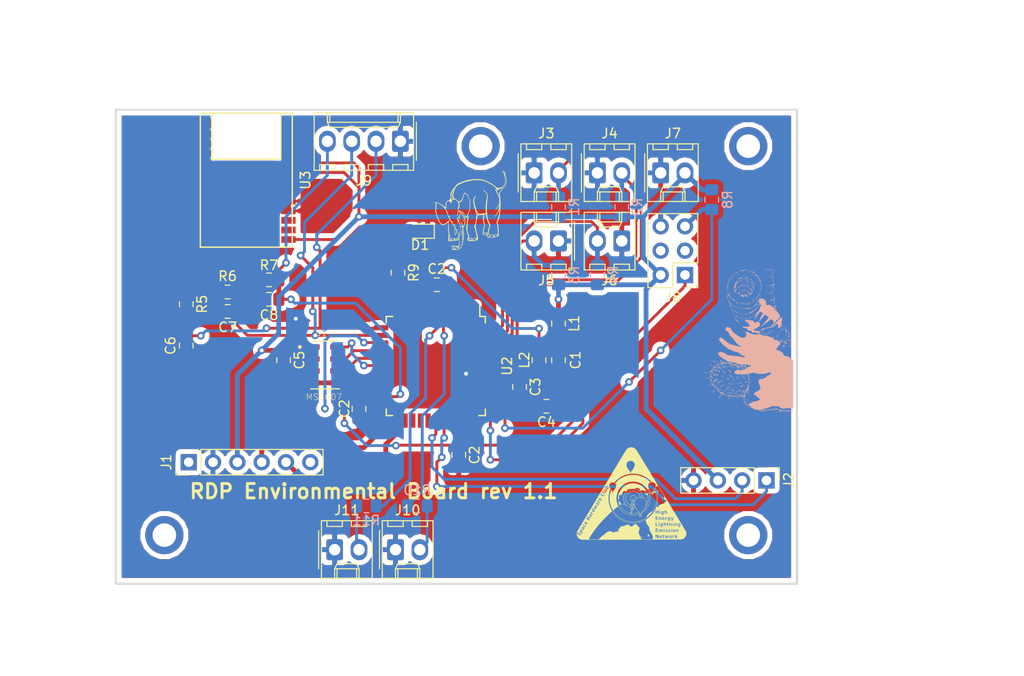
<source format=kicad_pcb>
(kicad_pcb (version 20171130) (host pcbnew 5.0.1)
  (title_block (title "HELEN RDP Environmental Board") (date 2018-10-28) (rev 01) (company "UAH Space Hardware Club") (comment 1 "Made by: Cory Wolfe"))
  (layers (0 F.Cu signal) (31 B.Cu signal) (34 B.Paste user) (35 F.Paste user) (36 B.SilkS user) (37 F.SilkS user) (38 B.Mask user) (39 F.Mask user) (44 Edge.Cuts user))
  (net 0 "")
  (net 1 GND)
  (net 2 "Net-(C1-Pad1)")
  (net 3 "Net-(C3-Pad1)")
  (net 4 +3V3)
  (net 5 /RXC)
  (net 6 /TXC)
  (net 7 /PPS)
  (net 8 "Net-(D1-Pad2)")
  (net 9 "Net-(J1-Pad1)")
  (net 10 /RXD)
  (net 11 /TXD)
  (net 12 "Net-(J1-Pad6)")
  (net 13 /SCLE)
  (net 14 /SDAD)
  (net 15 /RT1)
  (net 16 /RT2)
  (net 17 /RT3)
  (net 18 /RT4)
  (net 19 /PDI-DATA)
  (net 20 "Net-(J8-Pad3)")
  (net 21 "Net-(J8-Pad4)")
  (net 22 /PDI-CLK)
  (net 23 "Net-(R5-Pad1)")
  (net 24 "Net-(R6-Pad1)")
  (net 25 "Net-(R7-Pad2)")
  (net 26 /LED)
  (net 27 /SCLKC)
  (net 28 /SSC)
  (net 29 /MISOC)
  (net 30 /MOSIC)
  (net 31 "Net-(U2-Pad1)")
  (net 32 "Net-(U2-Pad2)")
  (net 33 "Net-(U2-Pad3)")
  (net 34 "Net-(U2-Pad4)")
  (net 35 "Net-(U2-Pad7)")
  (net 36 "Net-(U2-Pad11)")
  (net 37 "Net-(U2-Pad20)")
  (net 38 "Net-(U2-Pad24)")
  (net 39 "Net-(U2-Pad25)")
  (net 40 "Net-(U2-Pad26)")
  (net 41 "Net-(U2-Pad27)")
  (net 42 "Net-(U2-Pad32)")
  (net 43 "Net-(U2-Pad33)")
  (net 44 "Net-(U2-Pad36)")
  (net 45 "Net-(U2-Pad37)")
  (net 46 "Net-(U2-Pad40)")
  (net 47 "Net-(U3-Pad2)")
  (net 48 "Net-(U3-Pad3)")
  (net 49 "Net-(U3-Pad6)")
  (net 50 "Net-(U3-Pad7)")
  (net 51 "Net-(U3-Pad16)")
  (net 52 "Net-(U3-Pad17)")
  (net 53 "Net-(U3-Pad20)")
  (net 54 "Net-(U3-Pad23)")
  (net 55 "Net-(U3-Pad24)")
  (net 56 "Net-(U3-Pad28)")
  (net 57 "Net-(U3-Pad30)")
  (net 58 /ENV_STAT)
  (net 59 /GPS_STAT)
  (net 60 "Net-(R10-Pad2)")
  (net 61 "Net-(R11-Pad1)")
  (module Capacitor_SMD:C_0805_2012Metric_Pad1.15x1.40mm_HandSolder (layer F.Cu) (at 65.024 50.555 270)
    (fp_text reference C3 (at 0 -1.65 270) (layer F.SilkS))
    (fp_text value 100nF)
    (pad 1 smd roundrect (at -1.025 0 270) (size 1.15 1.4) (layers F.Cu F.Paste F.Mask) (roundrect_rratio 0.217391) (net 3 "Net-(C3-Pad1)"))
    (pad 2 smd roundrect (at 1.025 0 270) (size 1.15 1.4) (layers F.Cu F.Paste F.Mask) (roundrect_rratio 0.217391) (net 1 GND))
  )
  (module Capacitor_SMD:C_0805_2012Metric_Pad1.15x1.40mm_HandSolder (layer F.Cu) (at 56.379 39.878)
    (fp_text reference C2 (at 0 -1.65) (layer F.SilkS))
    (fp_text value 100nF)
    (pad 2 smd roundrect (at 1.025 0) (size 1.15 1.4) (layers F.Cu F.Paste F.Mask) (roundrect_rratio 0.217391) (net 1 GND))
    (pad 1 smd roundrect (at -1.025 0) (size 1.15 1.4) (layers F.Cu F.Paste F.Mask) (roundrect_rratio 0.217391) (net 2 "Net-(C1-Pad1)"))
  )
  (module Capacitor_SMD:C_0805_2012Metric_Pad1.15x1.40mm_HandSolder (layer F.Cu) (at 48.26 52.841 270)
    (fp_text reference C2 (at -0.009 1.524 270) (layer F.SilkS))
    (fp_text value 100nF)
    (pad 1 smd roundrect (at -1.025 0 270) (size 1.15 1.4) (layers F.Cu F.Paste F.Mask) (roundrect_rratio 0.217391) (net 2 "Net-(C1-Pad1)"))
    (pad 2 smd roundrect (at 1.025 0 270) (size 1.15 1.4) (layers F.Cu F.Paste F.Mask) (roundrect_rratio 0.217391) (net 1 GND))
  )
  (module Capacitor_SMD:C_0805_2012Metric_Pad1.15x1.40mm_HandSolder (layer F.Cu) (at 69.088 47.761 270)
    (fp_text reference C1 (at -0.009 -1.778 270) (layer F.SilkS))
    (fp_text value 10μF)
    (pad 2 smd roundrect (at 1.025 0 270) (size 1.15 1.4) (layers F.Cu F.Paste F.Mask) (roundrect_rratio 0.217391) (net 1 GND))
    (pad 1 smd roundrect (at -1.025 0 270) (size 1.15 1.4) (layers F.Cu F.Paste F.Mask) (roundrect_rratio 0.217391) (net 2 "Net-(C1-Pad1)"))
  )
  (module Capacitor_SMD:C_0805_2012Metric_Pad1.15x1.40mm_HandSolder (layer F.Cu) (at 58.674 57.667 270)
    (fp_text reference C2 (at 0 -1.65 270) (layer F.SilkS))
    (fp_text value 100nF)
    (pad 1 smd roundrect (at -1.025 0 270) (size 1.15 1.4) (layers F.Cu F.Paste F.Mask) (roundrect_rratio 0.217391) (net 2 "Net-(C1-Pad1)"))
    (pad 2 smd roundrect (at 1.025 0 270) (size 1.15 1.4) (layers F.Cu F.Paste F.Mask) (roundrect_rratio 0.217391) (net 1 GND))
  )
  (module Capacitor_SMD:C_0805_2012Metric_Pad1.15x1.40mm_HandSolder (layer F.Cu) (at 67.827 52.578 180)
    (fp_text reference C4 (at 0 -1.65 180) (layer F.SilkS))
    (fp_text value 10μF)
    (pad 2 smd roundrect (at 1.025 0 180) (size 1.15 1.4) (layers F.Cu F.Paste F.Mask) (roundrect_rratio 0.217391) (net 3 "Net-(C3-Pad1)"))
    (pad 1 smd roundrect (at -1.025 0 180) (size 1.15 1.4) (layers F.Cu F.Paste F.Mask) (roundrect_rratio 0.217391) (net 1 GND))
  )
  (module Capacitor_SMD:C_0805_2012Metric_Pad1.15x1.40mm_HandSolder (layer F.Cu) (at 40.386 47.761 270)
    (fp_text reference C5 (at 0 -1.65 270) (layer F.SilkS))
    (fp_text value 100nF)
    (pad 2 smd roundrect (at 1.025 0 270) (size 1.15 1.4) (layers F.Cu F.Paste F.Mask) (roundrect_rratio 0.217391) (net 1 GND))
    (pad 1 smd roundrect (at -1.025 0 270) (size 1.15 1.4) (layers F.Cu F.Paste F.Mask) (roundrect_rratio 0.217391) (net 4 +3V3))
  )
  (module Capacitor_SMD:C_0805_2012Metric_Pad1.15x1.40mm_HandSolder (layer F.Cu) (at 30.226 46.237 90)
    (fp_text reference C6 (at 0 -1.65 90) (layer F.SilkS))
    (fp_text value C_Small)
    (pad 1 smd roundrect (at -1.025 0 90) (size 1.15 1.4) (layers F.Cu F.Paste F.Mask) (roundrect_rratio 0.217391) (net 1 GND))
    (pad 2 smd roundrect (at 1.025 0 90) (size 1.15 1.4) (layers F.Cu F.Paste F.Mask) (roundrect_rratio 0.217391) (net 5 /RXC))
  )
  (module Capacitor_SMD:C_0805_2012Metric_Pad1.15x1.40mm_HandSolder (layer F.Cu) (at 34.544 42.672 180)
    (fp_text reference C7 (at 0 -1.65 180) (layer F.SilkS))
    (fp_text value C_Small)
    (pad 1 smd roundrect (at -1.025 0 180) (size 1.15 1.4) (layers F.Cu F.Paste F.Mask) (roundrect_rratio 0.217391) (net 6 /TXC))
    (pad 2 smd roundrect (at 1.025 0 180) (size 1.15 1.4) (layers F.Cu F.Paste F.Mask) (roundrect_rratio 0.217391) (net 1 GND))
  )
  (module Capacitor_SMD:C_0805_2012Metric_Pad1.15x1.40mm_HandSolder (layer F.Cu) (at 38.862 41.402 180)
    (fp_text reference C8 (at 0 -1.65 180) (layer F.SilkS))
    (fp_text value C_Small)
    (pad 2 smd roundrect (at 1.025 0 180) (size 1.15 1.4) (layers F.Cu F.Paste F.Mask) (roundrect_rratio 0.217391) (net 1 GND))
    (pad 1 smd roundrect (at -1.025 0 180) (size 1.15 1.4) (layers F.Cu F.Paste F.Mask) (roundrect_rratio 0.217391) (net 7 /PPS))
  )
  (module LED_SMD:LED_0603_1608Metric (layer F.Cu) (at 54.6355 34.29 180)
    (fp_text reference D1 (at 0 -1.43 180) (layer F.SilkS))
    (fp_text value LED)
    (pad 1 smd roundrect (at -0.7875 0 180) (size 0.875 0.95) (layers F.Cu F.Paste F.Mask) (net 1 GND))
    (pad 2 smd roundrect (at 0.7875 0 180) (size 0.875 0.95) (layers F.Cu F.Paste F.Mask) (net 8 "Net-(D1-Pad2)"))
  )
  (module Connector_PinHeader_2.54mm:PinHeader_1x06_P2.54mm_Vertical (layer F.Cu) (at 30.48 58.42 90)
    (fp_text reference J1 (at 0 -2.33 90) (layer F.SilkS))
    (fp_text value OPENLOG)
    (pad 1 thru_hole rect (at 0 0 90) (size 1.7 1.7) (drill 1) (layers *.Cu *.Mask) (net 9 "Net-(J1-Pad1)"))
    (pad 2 thru_hole oval (at 0 2.54 90) (size 1.7 1.7) (drill 1) (layers *.Cu *.Mask) (net 1 GND))
    (pad 3 thru_hole oval (at 0 5.08 90) (size 1.7 1.7) (drill 1) (layers *.Cu *.Mask) (net 4 +3V3))
    (pad 4 thru_hole oval (at 0 7.62 90) (size 1.7 1.7) (drill 1) (layers *.Cu *.Mask) (net 10 /RXD))
    (pad 5 thru_hole oval (at 0 10.16 90) (size 1.7 1.7) (drill 1) (layers *.Cu *.Mask) (net 11 /TXD))
    (pad 6 thru_hole oval (at 0 12.7 90) (size 1.7 1.7) (drill 1) (layers *.Cu *.Mask) (net 12 "Net-(J1-Pad6)"))
  )
  (module Connector_PinHeader_2.54mm:PinHeader_1x04_P2.54mm_Vertical (layer F.Cu) (at 90.805 60.325 270)
    (fp_text reference J2 (at 0 -2.33 270) (layer F.SilkS))
    (fp_text value MPU)
    (pad 1 thru_hole rect (at 0 0 270) (size 1.7 1.7) (drill 1) (layers *.Cu *.Mask) (net 13 /SCLE))
    (pad 2 thru_hole oval (at 0 2.54 270) (size 1.7 1.7) (drill 1) (layers *.Cu *.Mask) (net 14 /SDAD))
    (pad 3 thru_hole oval (at 0 5.08 270) (size 1.7 1.7) (drill 1) (layers *.Cu *.Mask) (net 4 +3V3))
    (pad 4 thru_hole oval (at 0 7.62 270) (size 1.7 1.7) (drill 1) (layers *.Cu *.Mask) (net 1 GND))
  )
  (module Connector_Molex:Molex_KK-254_AE-6410-02A_1x02_P2.54mm_Vertical (layer F.Cu) (at 66.548 28.194)
    (fp_text reference J3 (at 1.27 -4.12) (layer F.SilkS))
    (fp_text value RT1)
    (pad 2 thru_hole oval (at 2.54 0) (size 1.74 2.2) (drill 1.2) (layers *.Cu *.Mask) (net 15 /RT1))
    (pad 1 thru_hole roundrect (at 0 0) (size 1.74 2.2) (drill 1.2) (layers *.Cu *.Mask) (roundrect_rratio 0.143678) (net 1 GND))
  )
  (module Connector_Molex:Molex_KK-254_AE-6410-02A_1x02_P2.54mm_Vertical (layer F.Cu) (at 73.152 28.194)
    (fp_text reference J4 (at 1.27 -4.12) (layer F.SilkS))
    (fp_text value RT2)
    (pad 1 thru_hole roundrect (at 0 0) (size 1.74 2.2) (drill 1.2) (layers *.Cu *.Mask) (roundrect_rratio 0.143678) (net 1 GND))
    (pad 2 thru_hole oval (at 2.54 0) (size 1.74 2.2) (drill 1.2) (layers *.Cu *.Mask) (net 16 /RT2))
  )
  (module Connector_Molex:Molex_KK-254_AE-6410-02A_1x02_P2.54mm_Vertical (layer F.Cu) (at 69.088 35.306 180)
    (fp_text reference J5 (at 1.27 -4.12 180) (layer F.SilkS))
    (fp_text value RT3)
    (pad 2 thru_hole oval (at 2.54 0 180) (size 1.74 2.2) (drill 1.2) (layers *.Cu *.Mask) (net 17 /RT3))
    (pad 1 thru_hole roundrect (at 0 0 180) (size 1.74 2.2) (drill 1.2) (layers *.Cu *.Mask) (roundrect_rratio 0.143678) (net 1 GND))
  )
  (module Connector_Molex:Molex_KK-254_AE-6410-02A_1x02_P2.54mm_Vertical (layer F.Cu) (at 75.692 35.306 180)
    (fp_text reference J6 (at 1.27 -4.12 180) (layer F.SilkS))
    (fp_text value RT4)
    (pad 1 thru_hole roundrect (at 0 0 180) (size 1.74 2.2) (drill 1.2) (layers *.Cu *.Mask) (roundrect_rratio 0.143678) (net 1 GND))
    (pad 2 thru_hole oval (at 2.54 0 180) (size 1.74 2.2) (drill 1.2) (layers *.Cu *.Mask) (net 18 /RT4))
  )
  (module Connector_Molex:Molex_KK-254_AE-6410-02A_1x02_P2.54mm_Vertical (layer F.Cu) (at 79.756 28.194)
    (fp_text reference J7 (at 1.27 -4.12) (layer F.SilkS))
    (fp_text value 3.3V)
    (pad 1 thru_hole roundrect (at 0 0) (size 1.74 2.2) (drill 1.2) (layers *.Cu *.Mask) (roundrect_rratio 0.143678) (net 1 GND))
    (pad 2 thru_hole oval (at 2.54 0) (size 1.74 2.2) (drill 1.2) (layers *.Cu *.Mask) (net 4 +3V3))
  )
  (module Connector_PinHeader_2.54mm:PinHeader_2x03_P2.54mm_Vertical (layer F.Cu) (at 82.296 38.862 180)
    (fp_text reference J8 (at 1.27 -2.33 180) (layer F.SilkS))
    (fp_text value AVR-PDI-6)
    (pad 1 thru_hole rect (at 0 0 180) (size 1.7 1.7) (drill 1) (layers *.Cu *.Mask) (net 19 /PDI-DATA))
    (pad 2 thru_hole oval (at 2.54 0 180) (size 1.7 1.7) (drill 1) (layers *.Cu *.Mask) (net 4 +3V3))
    (pad 3 thru_hole oval (at 0 2.54 180) (size 1.7 1.7) (drill 1) (layers *.Cu *.Mask) (net 20 "Net-(J8-Pad3)"))
    (pad 4 thru_hole oval (at 2.54 2.54 180) (size 1.7 1.7) (drill 1) (layers *.Cu *.Mask) (net 21 "Net-(J8-Pad4)"))
    (pad 5 thru_hole oval (at 0 5.08 180) (size 1.7 1.7) (drill 1) (layers *.Cu *.Mask) (net 22 /PDI-CLK))
    (pad 6 thru_hole oval (at 2.54 5.08 180) (size 1.7 1.7) (drill 1) (layers *.Cu *.Mask) (net 1 GND))
  )
  (module Inductor_SMD:L_0805_2012Metric_Pad1.15x1.40mm_HandSolder (layer F.Cu) (at 69.088 43.933 270)
    (fp_text reference L1 (at 0 -1.65 270) (layer F.SilkS))
    (fp_text value 10μH)
    (pad 2 smd roundrect (at 1.025 0 270) (size 1.15 1.4) (layers F.Cu F.Paste F.Mask) (roundrect_rratio 0.217391) (net 2 "Net-(C1-Pad1)"))
    (pad 1 smd roundrect (at -1.025 0 270) (size 1.15 1.4) (layers F.Cu F.Paste F.Mask) (roundrect_rratio 0.217391) (net 4 +3V3))
  )
  (module Inductor_SMD:L_0805_2012Metric_Pad1.15x1.40mm_HandSolder (layer F.Cu) (at 67.056 47.761 270)
    (fp_text reference L2 (at -0.009 1.524 270) (layer F.SilkS))
    (fp_text value FB)
    (pad 1 smd roundrect (at -1.025 0 270) (size 1.15 1.4) (layers F.Cu F.Paste F.Mask) (roundrect_rratio 0.217391) (net 2 "Net-(C1-Pad1)"))
    (pad 2 smd roundrect (at 1.025 0 270) (size 1.15 1.4) (layers F.Cu F.Paste F.Mask) (roundrect_rratio 0.217391) (net 3 "Net-(C3-Pad1)"))
  )
  (module Resistor_SMD:R_0805_2012Metric_Pad1.15x1.40mm_HandSolder (layer B.Cu) (at 69.088 31.75 90)
    (fp_text reference R1 (at 0 1.65 90) (layer B.SilkS) (effects (justify mirror)))
    (fp_text value 50kΩ)
    (pad 2 smd roundrect (at 1.025 0 90) (size 1.15 1.4) (layers B.Cu B.Paste B.Mask) (roundrect_rratio 0.217391) (net 15 /RT1))
    (pad 1 smd roundrect (at -1.025 0 90) (size 1.15 1.4) (layers B.Cu B.Paste B.Mask) (roundrect_rratio 0.217391) (net 4 +3V3))
  )
  (module Resistor_SMD:R_0805_2012Metric_Pad1.15x1.40mm_HandSolder (layer B.Cu) (at 75.692 31.759 90)
    (fp_text reference R2 (at 0 1.65 90) (layer B.SilkS) (effects (justify mirror)))
    (fp_text value 50kΩ)
    (pad 1 smd roundrect (at -1.025 0 90) (size 1.15 1.4) (layers B.Cu B.Paste B.Mask) (roundrect_rratio 0.217391) (net 4 +3V3))
    (pad 2 smd roundrect (at 1.025 0 90) (size 1.15 1.4) (layers B.Cu B.Paste B.Mask) (roundrect_rratio 0.217) (net 16 /RT2))
  )
  (module Resistor_SMD:R_0805_2012Metric_Pad1.15x1.40mm_HandSolder (layer B.Cu) (at 69.088 38.871 90)
    (fp_text reference R3 (at 0 1.65 90) (layer B.SilkS) (effects (justify mirror)))
    (fp_text value 50kΩ)
    (pad 2 smd roundrect (at 1.025 0 90) (size 1.15 1.4) (layers B.Cu B.Paste B.Mask) (roundrect_rratio 0.217391) (net 17 /RT3))
    (pad 1 smd roundrect (at -1.025 0 90) (size 1.15 1.4) (layers B.Cu B.Paste B.Mask) (roundrect_rratio 0.217391) (net 4 +3V3))
  )
  (module Resistor_SMD:R_0805_2012Metric_Pad1.15x1.40mm_HandSolder (layer B.Cu) (at 73.152 38.862 90)
    (fp_text reference R4 (at 0 1.65 90) (layer B.SilkS) (effects (justify mirror)))
    (fp_text value 50kΩ)
    (pad 1 smd roundrect (at -1.025 0 90) (size 1.15 1.4) (layers B.Cu B.Paste B.Mask) (roundrect_rratio 0.217391) (net 4 +3V3))
    (pad 2 smd roundrect (at 1.025 0 90) (size 1.15 1.4) (layers B.Cu B.Paste B.Mask) (roundrect_rratio 0.217391) (net 18 /RT4))
  )
  (module Resistor_SMD:R_0805_2012Metric_Pad1.15x1.40mm_HandSolder (layer F.Cu) (at 30.226 41.91 270)
    (fp_text reference R5 (at 0 -1.65 270) (layer F.SilkS))
    (fp_text value 220Ω)
    (pad 1 smd roundrect (at -1.025 0 270) (size 1.15 1.4) (layers F.Cu F.Paste F.Mask) (roundrect_rratio 0.217391) (net 23 "Net-(R5-Pad1)"))
    (pad 2 smd roundrect (at 1.025 0 270) (size 1.15 1.4) (layers F.Cu F.Paste F.Mask) (roundrect_rratio 0.217391) (net 5 /RXC))
  )
  (module Resistor_SMD:R_0805_2012Metric_Pad1.15x1.40mm_HandSolder (layer F.Cu) (at 34.535 40.64)
    (fp_text reference R6 (at 0 -1.65) (layer F.SilkS))
    (fp_text value 220Ω)
    (pad 1 smd roundrect (at -1.025 0) (size 1.15 1.4) (layers F.Cu F.Paste F.Mask) (roundrect_rratio 0.217391) (net 24 "Net-(R6-Pad1)"))
    (pad 2 smd roundrect (at 1.025 0) (size 1.15 1.4) (layers F.Cu F.Paste F.Mask) (roundrect_rratio 0.217391) (net 6 /TXC))
  )
  (module Resistor_SMD:R_0805_2012Metric_Pad1.15x1.40mm_HandSolder (layer F.Cu) (at 38.862 39.37 180)
    (fp_text reference R7 (at 0 1.524 180) (layer F.SilkS))
    (fp_text value 220Ω)
    (pad 2 smd roundrect (at 1.025 0 180) (size 1.15 1.4) (layers F.Cu F.Paste F.Mask) (roundrect_rratio 0.217391) (net 25 "Net-(R7-Pad2)"))
    (pad 1 smd roundrect (at -1.025 0 180) (size 1.15 1.4) (layers F.Cu F.Paste F.Mask) (roundrect_rratio 0.217391) (net 7 /PPS))
  )
  (module Resistor_SMD:R_0805_2012Metric_Pad1.15x1.40mm_HandSolder (layer B.Cu) (at 85.09 30.988 90)
    (fp_text reference R8 (at 0 1.65 90) (layer B.SilkS) (effects (justify mirror)))
    (fp_text value 10kΩ)
    (pad 1 smd roundrect (at -1.025 0 90) (size 1.15 1.4) (layers B.Cu B.Paste B.Mask) (roundrect_rratio 0.217391) (net 22 /PDI-CLK))
    (pad 2 smd roundrect (at 1.025 0 90) (size 1.15 1.4) (layers B.Cu B.Paste B.Mask) (roundrect_rratio 0.217391) (net 4 +3V3))
  )
  (module Resistor_SMD:R_0805_2012Metric_Pad1.15x1.40mm_HandSolder (layer F.Cu) (at 52.324 38.617 270)
    (fp_text reference R9 (at 0 -1.65 270) (layer F.SilkS))
    (fp_text value 220Ω)
    (pad 2 smd roundrect (at 1.025 0 270) (size 1.15 1.4) (layers F.Cu F.Paste F.Mask) (roundrect_rratio 0.217391) (net 26 /LED))
    (pad 1 smd roundrect (at -1.025 0 270) (size 1.15 1.4) (layers F.Cu F.Paste F.Mask) (roundrect_rratio 0.217391) (net 8 "Net-(D1-Pad2)"))
  )
  (module MS560702BA03-50:SON125P300X500X100-8N (layer F.Cu) (at 44.704 48.26)
    (fp_text reference U1 (at -0.406828 -3.33089) (layer F.SilkS) (effects (font (size 0.64067 0.64067) (thickness 0.05))))
    (fp_text value MS5607 (at -0.099145 3.35642) (layer F.SilkS) (effects (font (size 0.640921 0.640921) (thickness 0.05))))
    (pad 1 smd rect (at -1.2 -1.875) (size 1.31 0.53) (layers F.Cu F.Paste F.Mask) (net 4 +3V3))
    (pad 8 smd rect (at 1.2 -1.875) (size 1.31 0.53) (layers F.Cu F.Paste F.Mask) (net 27 /SCLKC))
    (pad 2 smd rect (at -1.2 -0.625) (size 1.31 0.53) (layers F.Cu F.Paste F.Mask) (net 1 GND))
    (pad 3 smd rect (at -1.2 0.625) (size 1.31 0.53) (layers F.Cu F.Paste F.Mask) (net 1 GND))
    (pad 4 smd rect (at -1.2 1.875) (size 1.31 0.53) (layers F.Cu F.Paste F.Mask) (net 28 /SSC))
    (pad 5 smd rect (at 1.2 1.875) (size 1.31 0.53) (layers F.Cu F.Paste F.Mask) (net 28 /SSC))
    (pad 6 smd rect (at 1.2 0.625) (size 1.31 0.53) (layers F.Cu F.Paste F.Mask) (net 29 /MISOC))
    (pad 7 smd rect (at 1.2 -0.625) (size 1.31 0.53) (layers F.Cu F.Paste F.Mask) (net 30 /MOSIC))
  )
  (module Package_QFP:TQFP-44_10x10mm_P0.8mm (layer F.Cu) (at 56.276 48.374 270)
    (fp_text reference U2 (at 0 -7.45 270) (layer F.SilkS))
    (fp_text value ATxmega32A4U-AU)
    (pad 1 smd rect (at -5.7 -4 270) (size 1.5 0.55) (layers F.Cu F.Paste F.Mask) (net 31 "Net-(U2-Pad1)"))
    (pad 2 smd rect (at -5.7 -3.2 270) (size 1.5 0.55) (layers F.Cu F.Paste F.Mask) (net 32 "Net-(U2-Pad2)"))
    (pad 3 smd rect (at -5.7 -2.4 270) (size 1.5 0.55) (layers F.Cu F.Paste F.Mask) (net 33 "Net-(U2-Pad3)"))
    (pad 4 smd rect (at -5.7 -1.6 270) (size 1.5 0.55) (layers F.Cu F.Paste F.Mask) (net 34 "Net-(U2-Pad4)"))
    (pad 5 smd rect (at -5.7 -0.8 270) (size 1.5 0.55) (layers F.Cu F.Paste F.Mask) (net 60 "Net-(R10-Pad2)"))
    (pad 6 smd rect (at -5.7 0 270) (size 1.5 0.55) (layers F.Cu F.Paste F.Mask) (net 61 "Net-(R11-Pad1)"))
    (pad 7 smd rect (at -5.7 0.8 270) (size 1.5 0.55) (layers F.Cu F.Paste F.Mask) (net 35 "Net-(U2-Pad7)"))
    (pad 8 smd rect (at -5.7 1.6 270) (size 1.5 0.55) (layers F.Cu F.Paste F.Mask) (net 1 GND))
    (pad 9 smd rect (at -5.7 2.4 270) (size 1.5 0.55) (layers F.Cu F.Paste F.Mask) (net 2 "Net-(C1-Pad1)"))
    (pad 10 smd rect (at -5.7 3.2 270) (size 1.5 0.55) (layers F.Cu F.Paste F.Mask) (net 26 /LED))
    (pad 11 smd rect (at -5.7 4 270) (size 1.5 0.55) (layers F.Cu F.Paste F.Mask) (net 36 "Net-(U2-Pad11)"))
    (pad 12 smd rect (at -4 5.7) (size 1.5 0.55) (layers F.Cu F.Paste F.Mask) (net 5 /RXC))
    (pad 13 smd rect (at -3.2 5.7) (size 1.5 0.55) (layers F.Cu F.Paste F.Mask) (net 6 /TXC))
    (pad 14 smd rect (at -2.4 5.7) (size 1.5 0.55) (layers F.Cu F.Paste F.Mask) (net 28 /SSC))
    (pad 15 smd rect (at -1.6 5.7) (size 1.5 0.55) (layers F.Cu F.Paste F.Mask) (net 30 /MOSIC))
    (pad 16 smd rect (at -0.8 5.7) (size 1.5 0.55) (layers F.Cu F.Paste F.Mask) (net 29 /MISOC))
    (pad 17 smd rect (at 0 5.7) (size 1.5 0.55) (layers F.Cu F.Paste F.Mask) (net 27 /SCLKC))
    (pad 18 smd rect (at 0.8 5.7) (size 1.5 0.55) (layers F.Cu F.Paste F.Mask) (net 1 GND))
    (pad 19 smd rect (at 1.6 5.7) (size 1.5 0.55) (layers F.Cu F.Paste F.Mask) (net 2 "Net-(C1-Pad1)"))
    (pad 20 smd rect (at 2.4 5.7) (size 1.5 0.55) (layers F.Cu F.Paste F.Mask) (net 37 "Net-(U2-Pad20)"))
    (pad 21 smd rect (at 3.2 5.7) (size 1.5 0.55) (layers F.Cu F.Paste F.Mask) (net 7 /PPS))
    (pad 22 smd rect (at 4 5.7) (size 1.5 0.55) (layers F.Cu F.Paste F.Mask) (net 10 /RXD))
    (pad 23 smd rect (at 5.7 4 270) (size 1.5 0.55) (layers F.Cu F.Paste F.Mask) (net 11 /TXD))
    (pad 24 smd rect (at 5.7 3.2 270) (size 1.5 0.55) (layers F.Cu F.Paste F.Mask) (net 38 "Net-(U2-Pad24)"))
    (pad 25 smd rect (at 5.7 2.4 270) (size 1.5 0.55) (layers F.Cu F.Paste F.Mask) (net 39 "Net-(U2-Pad25)"))
    (pad 26 smd rect (at 5.7 1.6 270) (size 1.5 0.55) (layers F.Cu F.Paste F.Mask) (net 40 "Net-(U2-Pad26)"))
    (pad 27 smd rect (at 5.7 0.8 270) (size 1.5 0.55) (layers F.Cu F.Paste F.Mask) (net 41 "Net-(U2-Pad27)"))
    (pad 28 smd rect (at 5.7 0 270) (size 1.5 0.55) (layers F.Cu F.Paste F.Mask) (net 14 /SDAD))
    (pad 29 smd rect (at 5.7 -0.8 270) (size 1.5 0.55) (layers F.Cu F.Paste F.Mask) (net 13 /SCLE))
    (pad 30 smd rect (at 5.7 -1.6 270) (size 1.5 0.55) (layers F.Cu F.Paste F.Mask) (net 1 GND))
    (pad 31 smd rect (at 5.7 -2.4 270) (size 1.5 0.55) (layers F.Cu F.Paste F.Mask) (net 2 "Net-(C1-Pad1)"))
    (pad 32 smd rect (at 5.7 -3.2 270) (size 1.5 0.55) (layers F.Cu F.Paste F.Mask) (net 42 "Net-(U2-Pad32)"))
    (pad 33 smd rect (at 5.7 -4 270) (size 1.5 0.55) (layers F.Cu F.Paste F.Mask) (net 43 "Net-(U2-Pad33)"))
    (pad 34 smd rect (at 4 -5.7) (size 1.5 0.55) (layers F.Cu F.Paste F.Mask) (net 19 /PDI-DATA))
    (pad 35 smd rect (at 3.2 -5.7) (size 1.5 0.55) (layers F.Cu F.Paste F.Mask) (net 22 /PDI-CLK))
    (pad 36 smd rect (at 2.4 -5.7) (size 1.5 0.55) (layers F.Cu F.Paste F.Mask) (net 44 "Net-(U2-Pad36)"))
    (pad 37 smd rect (at 1.6 -5.7) (size 1.5 0.55) (layers F.Cu F.Paste F.Mask) (net 45 "Net-(U2-Pad37)"))
    (pad 38 smd rect (at 0.8 -5.7) (size 1.5 0.55) (layers F.Cu F.Paste F.Mask) (net 1 GND))
    (pad 39 smd rect (at 0 -5.7) (size 1.5 0.55) (layers F.Cu F.Paste F.Mask) (net 3 "Net-(C3-Pad1)"))
    (pad 40 smd rect (at -0.8 -5.7) (size 1.5 0.55) (layers F.Cu F.Paste F.Mask) (net 46 "Net-(U2-Pad40)"))
    (pad 41 smd rect (at -1.6 -5.7) (size 1.5 0.55) (layers F.Cu F.Paste F.Mask) (net 15 /RT1))
    (pad 42 smd rect (at -2.4 -5.7) (size 1.5 0.55) (layers F.Cu F.Paste F.Mask) (net 16 /RT2))
    (pad 43 smd rect (at -3.2 -5.7) (size 1.5 0.55) (layers F.Cu F.Paste F.Mask) (net 17 /RT3))
    (pad 44 smd rect (at -4 -5.7) (size 1.5 0.55) (layers F.Cu F.Paste F.Mask) (net 18 /RT4))
  )
  (module rdplibs:CAM-M8 (layer F.Cu) (at 36.494 28.956 90)
    (fp_text reference U3 (at 0 6.178 270) (layer F.SilkS))
    (fp_text value CAM-M8Q-0)
    (pad 1 smd rect (at -6.2 4.4 90) (size 0.7 1.5) (layers F.Cu F.Paste F.Mask) (net 4 +3V3))
    (pad 2 smd rect (at -5.2 4.4 90) (size 0.7 1.5) (layers F.Cu F.Paste F.Mask) (net 47 "Net-(U3-Pad2)"))
    (pad 3 smd rect (at -4.2 4.4 90) (size 0.7 1.5) (layers F.Cu F.Paste F.Mask) (net 48 "Net-(U3-Pad3)"))
    (pad 4 smd rect (at -3.2 4.4 90) (size 0.7 1.5) (layers F.Cu F.Paste F.Mask) (net 1 GND))
    (pad 5 smd rect (at -2.2 4.4 90) (size 0.7 1.5) (layers F.Cu F.Paste F.Mask) (net 1 GND))
    (pad 6 smd rect (at -1.2 4.4 90) (size 0.7 1.5) (layers F.Cu F.Paste F.Mask) (net 49 "Net-(U3-Pad6)"))
    (pad 7 smd rect (at -0.2 4.4 90) (size 0.7 1.5) (layers F.Cu F.Paste F.Mask) (net 50 "Net-(U3-Pad7)"))
    (pad 8 smd rect (at 0.8 4.4 90) (size 0.7 1.5) (layers F.Cu F.Paste F.Mask) (net 4 +3V3))
    (pad 9 smd rect (at 1.8 4.4 90) (size 0.7 1.5) (layers F.Cu F.Paste F.Mask) (net 4 +3V3))
    (pad 10 smd rect (at 2.8 4.4 90) (size 0.7 1.5) (layers F.Cu F.Paste F.Mask) (net 1 GND))
    (pad 11 smd rect (at 3.8 4.4 90) (size 0.7 1.5) (layers F.Cu F.Paste F.Mask) (net 1 GND))
    (pad 12 smd rect (at 4.8 4.4 90) (size 0.7 1.5) (layers F.Cu F.Paste F.Mask) (net 1 GND))
    (pad 13 smd rect (at 5.95 4.4 90) (size 1 1.5) (layers F.Cu F.Paste F.Mask) (net 1 GND))
    (pad 14 smd rect (at 5.95 -4.4 90) (size 1 1.5) (layers F.Cu F.Paste F.Mask) (net 1 GND))
    (pad 15 smd rect (at 4.8 -4.4 90) (size 0.7 1.5) (layers F.Cu F.Paste F.Mask) (net 1 GND))
    (pad 16 smd rect (at 3.8 -4.4 90) (size 0.7 1.5) (layers F.Cu F.Paste F.Mask) (net 51 "Net-(U3-Pad16)"))
    (pad 17 smd rect (at 2.8 -4.4 90) (size 0.7 1.5) (layers F.Cu F.Paste F.Mask) (net 52 "Net-(U3-Pad17)"))
    (pad 18 smd rect (at 1.8 -4.4 90) (size 0.7 1.5) (layers F.Cu F.Paste F.Mask) (net 1 GND))
    (pad 19 smd rect (at 0.8 -4.4 90) (size 0.7 1.5) (layers F.Cu F.Paste F.Mask) (net 1 GND))
    (pad 20 smd rect (at -0.2 -4.4 90) (size 0.7 1.5) (layers F.Cu F.Paste F.Mask) (net 53 "Net-(U3-Pad20)"))
    (pad 21 smd rect (at -1.2 -4.4 90) (size 0.7 1.5) (layers F.Cu F.Paste F.Mask) (net 1 GND))
    (pad 22 smd rect (at -2.2 -4.4 90) (size 0.7 1.5) (layers F.Cu F.Paste F.Mask) (net 1 GND))
    (pad 23 smd rect (at -3.2 -4.4 90) (size 0.7 1.5) (layers F.Cu F.Paste F.Mask) (net 54 "Net-(U3-Pad23)"))
    (pad 24 smd rect (at -4.2 -4.4 90) (size 0.7 1.5) (layers F.Cu F.Paste F.Mask) (net 55 "Net-(U3-Pad24)"))
    (pad 25 smd rect (at -5.2 -4.4 90) (size 0.7 1.5) (layers F.Cu F.Paste F.Mask) (net 23 "Net-(R5-Pad1)"))
    (pad 26 smd rect (at -6.2 -4.4 90) (size 0.7 1.5) (layers F.Cu F.Paste F.Mask) (net 24 "Net-(R6-Pad1)"))
    (pad 27 smd rect (at -7 -2 180) (size 0.7 1.5) (layers F.Cu F.Paste F.Mask) (net 1 GND))
    (pad 28 smd rect (at -7 -1 180) (size 0.7 1.5) (layers F.Cu F.Paste F.Mask) (net 56 "Net-(U3-Pad28)"))
    (pad 29 smd rect (at -7 0 180) (size 0.7 1.5) (layers F.Cu F.Paste F.Mask) (net 25 "Net-(R7-Pad2)"))
    (pad 30 smd rect (at -7 1 180) (size 0.7 1.5) (layers F.Cu F.Paste F.Mask) (net 57 "Net-(U3-Pad30)"))
    (pad 31 smd rect (at -7 2 180) (size 0.7 1.5) (layers F.Cu F.Paste F.Mask) (net 1 GND))
  )
  (module rdplibs:HELENlogo (layer F.Cu) (at 76.708 61.468)
    (fp_text reference G*** hide)
    (fp_text value LOGO hide)
  )
  (module rdplibs:Glow2 (layer F.Cu) (at 59.69 31.75)
    (fp_text reference G*** hide)
    (fp_text value LOGO hide)
  )
  (module rdplibs:mutilator (layer B.Cu) (at 88.9 45.72 270)
    (fp_text reference G*** hide)
    (fp_text value LOGO hide)
  )
  (module Connector_Molex:Molex_KK-254_AE-6410-04A_1x04_P2.54mm_Vertical (layer F.Cu) (at 52.578 24.892 180)
    (fp_text reference J9 (at 3.81 -4.12 180) (layer F.SilkS))
    (fp_text value FPGAO)
    (pad 1 thru_hole roundrect (at 0 0 180) (size 1.74 2.2) (drill 1.2) (layers *.Cu *.Mask) (roundrect_rratio 0.143678) (net 1 GND))
    (pad 2 thru_hole oval (at 2.54 0 180) (size 1.74 2.2) (drill 1.2) (layers *.Cu *.Mask) (net 5 /RXC))
    (pad 3 thru_hole oval (at 5.08 0 180) (size 1.74 2.2) (drill 1.2) (layers *.Cu *.Mask) (net 6 /TXC))
    (pad 4 thru_hole oval (at 7.62 0 180) (size 1.74 2.2) (drill 1.2) (layers *.Cu *.Mask) (net 7 /PPS))
  )
  (module Connector_Molex:Molex_KK-254_AE-6410-02A_1x02_P2.54mm_Vertical (layer F.Cu) (at 52.07 67.564)
    (fp_text reference J10 (at 1.27 -4.12) (layer F.SilkS))
    (fp_text value Environmental)
    (pad 2 thru_hole oval (at 2.54 0) (size 1.74 2.2) (drill 1.2) (layers *.Cu *.Mask) (net 58 /ENV_STAT))
    (pad 1 thru_hole roundrect (at 0 0) (size 1.74 2.2) (drill 1.2) (layers *.Cu *.Mask) (roundrect_rratio 0.143678) (net 1 GND))
  )
  (module Connector_Molex:Molex_KK-254_AE-6410-02A_1x02_P2.54mm_Vertical (layer F.Cu) (at 45.72 67.564)
    (fp_text reference J11 (at 1.27 -4.12) (layer F.SilkS))
    (fp_text value GPS)
    (pad 1 thru_hole roundrect (at 0 0) (size 1.74 2.2) (drill 1.2) (layers *.Cu *.Mask) (roundrect_rratio 0.143678) (net 1 GND))
    (pad 2 thru_hole oval (at 2.54 0) (size 1.74 2.2) (drill 1.2) (layers *.Cu *.Mask) (net 59 /GPS_STAT))
  )
  (module Resistor_SMD:R_0805_2012Metric_Pad1.15x1.40mm_HandSolder (layer B.Cu) (at 54.347 62.992 180)
    (fp_text reference R10 (at 0 1.65 180) (layer B.SilkS) (effects (justify mirror)))
    (fp_text value R_Small_US)
    (pad 2 smd roundrect (at 1.025 0 180) (size 1.15 1.4) (layers B.Cu B.Paste B.Mask) (roundrect_rratio 0.217391) (net 60 "Net-(R10-Pad2)"))
    (pad 1 smd roundrect (at -1.025 0 180) (size 1.15 1.4) (layers B.Cu B.Paste B.Mask) (roundrect_rratio 0.217391) (net 58 /ENV_STAT))
  )
  (module Resistor_SMD:R_0805_2012Metric_Pad1.15x1.40mm_HandSolder (layer B.Cu) (at 49.031 62.992 180)
    (fp_text reference R11 (at 0.009 -1.524 180) (layer B.SilkS) (effects (justify mirror)))
    (fp_text value R_Small_US)
    (pad 1 smd roundrect (at -1.025 0 180) (size 1.15 1.4) (layers B.Cu B.Paste B.Mask) (roundrect_rratio 0.217391) (net 61 "Net-(R11-Pad1)"))
    (pad 2 smd roundrect (at 1.025 0 180) (size 1.15 1.4) (layers B.Cu B.Paste B.Mask) (roundrect_rratio 0.217391) (net 59 /GPS_STAT))
  )
  (module rdplibs:ScrewHole (layer F.Cu) (at 27.94 66.04)
    (fp_text reference REF** hide)
    (fp_text value ScrewHole)
    (pad "" np_thru_hole circle (at 0 0) (size 4 4) (drill 2.46) (layers *.Cu *.Mask))
  )
  (module rdplibs:ScrewHole (layer F.Cu) (at 60.96 25.4)
    (fp_text reference REF** hide)
    (fp_text value ScrewHole)
    (pad "" np_thru_hole circle (at 0 0) (size 4 4) (drill 2.46) (layers *.Cu *.Mask))
  )
  (module rdplibs:ScrewHole (layer F.Cu) (at 88.9 25.4)
    (fp_text reference REF** hide)
    (fp_text value ScrewHole)
    (pad "" np_thru_hole circle (at 0 0) (size 4 4) (drill 2.46) (layers *.Cu *.Mask))
  )
  (module rdplibs:ScrewHole (layer F.Cu) (at 88.9 66.04)
    (fp_text reference REF** hide)
    (fp_text value ScrewHole)
    (pad "" np_thru_hole circle (at 0 0) (size 4 4) (drill 2.46) (layers *.Cu *.Mask))
  )
  (gr_text "RDP Environmental Board rev 1.1" (at 49.784 61.468) (layer F.SilkS) (effects (font (size 1.5 1.5) (thickness 0.3))))
  (gr_line (start 93.98 21.59) (end 22.86 21.59) (layer Edge.Cuts) (width 0.2))
  (gr_line (start 93.98 71.12) (end 93.98 21.59) (layer Edge.Cuts) (width 0.2))
  (gr_line (start 22.86 71.12) (end 93.98 71.12) (layer Edge.Cuts) (width 0.2))
  (gr_line (start 22.86 21.59) (end 22.86 71.12) (layer Edge.Cuts) (width 0.2))
  (segment (start 57.876 50.002) (end 56.134 48.26) (width 0.3) (layer F.Cu) (net 1))
  (segment (start 57.876 54.074) (end 57.876 50.002) (width 0.3) (layer F.Cu) (net 1))
  (segment (start 58.704 49.174) (end 57.876 50.002) (width 0.3) (layer F.Cu) (net 1))
  (segment (start 61.976 49.174) (end 59.436 49.174) (width 0.3) (layer F.Cu) (net 1))
  (segment (start 54.676 46.802) (end 56.134 48.26) (width 0.3) (layer F.Cu) (net 1))
  (segment (start 54.676 42.674) (end 54.676 46.802) (width 0.3) (layer F.Cu) (net 1))
  (segment (start 51.626 49.174) (end 50.576 49.174) (width 0.3) (layer F.Cu) (net 1))
  (segment (start 54.654315 49.174) (end 51.626 49.174) (width 0.3) (layer F.Cu) (net 1))
  (segment (start 55.568315 48.26) (end 54.654315 49.174) (width 0.3) (layer F.Cu) (net 1))
  (segment (start 56.134 48.26) (end 55.568315 48.26) (width 0.3) (layer F.Cu) (net 1))
  (segment (start 64.026 51.58) (end 65.024 51.58) (width 0.3) (layer F.Cu) (net 1))
  (segment (start 63.754 51.308) (end 64.026 51.58) (width 0.3) (layer F.Cu) (net 1))
  (segment (start 63.754 49.902) (end 63.754 51.308) (width 0.3) (layer F.Cu) (net 1))
  (segment (start 61.976 49.174) (end 63.026 49.174) (width 0.3) (layer F.Cu) (net 1))
  (segment (start 63.026 49.174) (end 63.754 49.902) (width 0.3) (layer F.Cu) (net 1))
  (via (at 41.656 43.434) (size 0.8) (drill 0.4) (layers F.Cu B.Cu) (net 1))
  (segment (start 59.436 49.174) (end 58.704 49.174) (width 0.3) (layer F.Cu) (net 1))
  (via (at 59.436 49.174) (size 0.8) (drill 0.4) (layers F.Cu B.Cu) (net 1))
  (segment (start 49.526 49.974) (end 50.576 49.974) (width 0.3) (layer F.Cu) (net 2))
  (segment (start 49.427 49.974) (end 49.526 49.974) (width 0.3) (layer F.Cu) (net 2))
  (segment (start 48.26 51.141) (end 49.427 49.974) (width 0.3) (layer F.Cu) (net 2))
  (segment (start 48.26 51.816) (end 48.26 51.141) (width 0.3) (layer F.Cu) (net 2))
  (segment (start 58.674 54.076) (end 58.676 54.074) (width 0.3) (layer F.Cu) (net 2))
  (segment (start 58.674 56.642) (end 58.674 54.076) (width 0.3) (layer F.Cu) (net 2))
  (segment (start 53.876 41.356) (end 55.354 39.878) (width 0.3) (layer F.Cu) (net 2))
  (segment (start 53.876 42.674) (end 53.876 41.356) (width 0.3) (layer F.Cu) (net 2))
  (segment (start 69.088 46.736) (end 67.056 46.736) (width 0.5) (layer F.Cu) (net 2))
  (segment (start 69.088 44.958) (end 69.088 46.736) (width 0.5) (layer F.Cu) (net 2))
  (segment (start 69.088 46.736) (end 70.612 48.26) (width 0.3) (layer F.Cu) (net 2))
  (segment (start 70.612 48.26) (end 70.612 54.102) (width 0.3) (layer F.Cu) (net 2))
  (segment (start 68.072 56.642) (end 58.674 56.642) (width 0.3) (layer F.Cu) (net 2))
  (segment (start 70.612 54.102) (end 68.072 56.642) (width 0.3) (layer F.Cu) (net 2))
  (segment (start 58.674 56.642) (end 53.594 56.642) (width 0.3) (layer F.Cu) (net 2))
  (via (at 46.736 54.356) (size 0.8) (drill 0.4) (layers F.Cu B.Cu) (net 2))
  (segment (start 46.736 53.34) (end 48.26 51.816) (width 0.3) (layer F.Cu) (net 2))
  (segment (start 46.736 54.356) (end 46.736 53.34) (width 0.3) (layer F.Cu) (net 2))
  (via (at 67.056 44.45) (size 0.8) (drill 0.4) (layers F.Cu B.Cu) (net 2))
  (segment (start 67.056 46.736) (end 67.056 44.45) (width 0.3) (layer F.Cu) (net 2))
  (via (at 57.912 38.1) (size 0.8) (drill 0.4) (layers F.Cu B.Cu) (net 2))
  (segment (start 67.056 44.45) (end 64.262 44.45) (width 0.3) (layer B.Cu) (net 2))
  (segment (start 64.262 44.45) (end 57.912 38.1) (width 0.3) (layer B.Cu) (net 2))
  (segment (start 57.132 38.1) (end 55.354 39.878) (width 0.3) (layer F.Cu) (net 2))
  (segment (start 57.912 38.1) (end 57.132 38.1) (width 0.3) (layer F.Cu) (net 2))
  (via (at 52.115041 56.687041) (size 0.8) (drill 0.4) (layers F.Cu B.Cu) (net 2))
  (segment (start 53.594 56.642) (end 52.160082 56.642) (width 0.3) (layer F.Cu) (net 2))
  (segment (start 52.160082 56.642) (end 52.115041 56.687041) (width 0.3) (layer F.Cu) (net 2))
  (segment (start 49.067041 56.687041) (end 52.115041 56.687041) (width 0.3) (layer B.Cu) (net 2))
  (segment (start 46.736 54.356) (end 49.067041 56.687041) (width 0.3) (layer B.Cu) (net 2))
  (segment (start 65.768 48.786) (end 65.024 49.53) (width 0.3) (layer F.Cu) (net 3))
  (segment (start 67.056 48.786) (end 65.768 48.786) (width 0.3) (layer F.Cu) (net 3))
  (segment (start 65.024 49.53) (end 63.868 48.374) (width 0.3) (layer F.Cu) (net 3))
  (segment (start 63.868 48.374) (end 62.738 48.374) (width 0.3) (layer F.Cu) (net 3))
  (segment (start 63.026 48.374) (end 62.738 48.374) (width 0.3) (layer F.Cu) (net 3))
  (segment (start 62.738 48.374) (end 61.976 48.374) (width 0.3) (layer F.Cu) (net 3))
  (segment (start 67.056 52.324) (end 66.802 52.578) (width 0.3) (layer F.Cu) (net 3))
  (segment (start 67.056 48.786) (end 67.056 52.324) (width 0.3) (layer F.Cu) (net 3))
  (segment (start 76.492 32.784) (end 75.692 32.784) (width 0.5) (layer B.Cu) (net 4))
  (segment (start 77.936 32.784) (end 76.492 32.784) (width 0.5) (layer B.Cu) (net 4))
  (segment (start 82.296 28.424) (end 77.936 32.784) (width 0.5) (layer B.Cu) (net 4))
  (segment (start 82.296 28.194) (end 82.296 28.424) (width 0.5) (layer B.Cu) (net 4))
  (segment (start 69.097 32.784) (end 69.088 32.775) (width 0.5) (layer B.Cu) (net 4))
  (segment (start 72.898 32.784) (end 72.626 32.784) (width 0.5) (layer B.Cu) (net 4))
  (segment (start 72.898 32.784) (end 69.097 32.784) (width 0.5) (layer B.Cu) (net 4))
  (segment (start 75.692 32.784) (end 72.898 32.784) (width 0.5) (layer B.Cu) (net 4))
  (segment (start 77.936 37.042) (end 79.756 38.862) (width 0.5) (layer B.Cu) (net 4))
  (segment (start 77.936 32.784) (end 77.936 37.042) (width 0.5) (layer B.Cu) (net 4))
  (segment (start 78.731 39.887) (end 73.152 39.887) (width 0.5) (layer B.Cu) (net 4))
  (segment (start 79.756 38.862) (end 78.731 39.887) (width 0.5) (layer B.Cu) (net 4))
  (segment (start 69.097 39.887) (end 69.088 39.896) (width 0.5) (layer B.Cu) (net 4))
  (segment (start 73.152 39.887) (end 69.097 39.887) (width 0.5) (layer B.Cu) (net 4))
  (segment (start 84.065 29.963) (end 82.296 28.194) (width 0.5) (layer B.Cu) (net 4))
  (segment (start 85.09 29.963) (end 84.065 29.963) (width 0.5) (layer B.Cu) (net 4))
  (segment (start 69.088 32.775) (end 48.251 32.775) (width 0.5) (layer B.Cu) (net 4))
  (segment (start 48.251 32.775) (end 39.878 41.148) (width 0.5) (layer B.Cu) (net 4))
  (via (at 38.1 46.736) (size 0.8) (drill 0.4) (layers F.Cu B.Cu) (net 4))
  (segment (start 39.878 41.148) (end 39.878 44.958) (width 0.5) (layer B.Cu) (net 4))
  (segment (start 39.878 44.958) (end 38.1 46.736) (width 0.5) (layer B.Cu) (net 4))
  (segment (start 38.1 46.736) (end 40.386 46.736) (width 0.5) (layer F.Cu) (net 4))
  (segment (start 40.737 46.385) (end 40.386 46.736) (width 0.5) (layer F.Cu) (net 4))
  (segment (start 43.504 46.385) (end 40.737 46.385) (width 0.5) (layer F.Cu) (net 4))
  (segment (start 38.1 46.736) (end 35.56 49.276) (width 0.5) (layer B.Cu) (net 4))
  (via (at 69.088 41.402) (size 0.8) (drill 0.4) (layers F.Cu B.Cu) (net 4))
  (segment (start 69.088 39.896) (end 69.088 41.402) (width 0.5) (layer B.Cu) (net 4))
  (segment (start 69.088 41.402) (end 69.088 42.908) (width 0.5) (layer F.Cu) (net 4))
  (segment (start 79.756 38.862) (end 78.232 40.386) (width 0.5) (layer B.Cu) (net 4))
  (via (at 48.251 32.775) (size 0.8) (drill 0.4) (layers F.Cu B.Cu) (net 4))
  (segment (start 45.87 35.156) (end 48.251 32.775) (width 0.3) (layer F.Cu) (net 4))
  (segment (start 40.894 35.156) (end 45.87 35.156) (width 0.3) (layer F.Cu) (net 4))
  (segment (start 48.251 32.775) (end 48.251 29.709) (width 0.3) (layer F.Cu) (net 4))
  (segment (start 46.698 28.156) (end 40.894 28.156) (width 0.3) (layer F.Cu) (net 4))
  (segment (start 48.251 29.709) (end 46.698 28.156) (width 0.3) (layer F.Cu) (net 4))
  (segment (start 48.251 29.709) (end 48.251 27.677) (width 0.3) (layer F.Cu) (net 4))
  (segment (start 47.73 27.156) (end 40.894 27.156) (width 0.3) (layer F.Cu) (net 4))
  (segment (start 48.251 27.677) (end 47.73 27.156) (width 0.3) (layer F.Cu) (net 4))
  (segment (start 78.232 52.832) (end 85.725 60.325) (width 0.5) (layer B.Cu) (net 4))
  (segment (start 78.232 40.386) (end 78.232 52.832) (width 0.5) (layer B.Cu) (net 4))
  (segment (start 35.56 49.276) (end 35.56 58.42) (width 0.5) (layer B.Cu) (net 4))
  (segment (start 30.226 42.935) (end 30.226 45.212) (width 0.5) (layer F.Cu) (net 5))
  (via (at 31.75 45.212) (size 0.8) (drill 0.4) (layers F.Cu B.Cu) (net 5))
  (segment (start 30.226 45.212) (end 31.75 45.212) (width 0.3) (layer F.Cu) (net 5))
  (segment (start 32.258 44.704) (end 31.75 45.212) (width 0.3) (layer B.Cu) (net 5))
  (segment (start 50.5 44.45) (end 50.576 44.374) (width 0.3) (layer F.Cu) (net 5))
  (via (at 38.608 44.424) (size 0.8) (drill 0.4) (layers F.Cu B.Cu) (net 5))
  (segment (start 32.258 44.704) (end 38.328 44.704) (width 0.3) (layer B.Cu) (net 5))
  (segment (start 38.328 44.704) (end 38.608 44.424) (width 0.3) (layer B.Cu) (net 5))
  (segment (start 50.526 44.424) (end 50.576 44.374) (width 0.3) (layer F.Cu) (net 5))
  (via (at 43.848959 35.974959) (size 0.8) (drill 0.4) (layers F.Cu B.Cu) (net 5))
  (segment (start 44.196 44.424) (end 44.196 36.322) (width 0.3) (layer F.Cu) (net 5))
  (segment (start 44.196 36.322) (end 43.848959 35.974959) (width 0.3) (layer F.Cu) (net 5))
  (segment (start 44.196 44.424) (end 50.526 44.424) (width 0.3) (layer F.Cu) (net 5))
  (segment (start 38.608 44.424) (end 44.196 44.424) (width 0.3) (layer F.Cu) (net 5))
  (segment (start 43.848959 35.974959) (end 43.848959 34.637041) (width 0.3) (layer B.Cu) (net 5))
  (segment (start 50.038 28.448) (end 50.038 24.892) (width 0.3) (layer B.Cu) (net 5))
  (segment (start 43.848959 34.637041) (end 50.038 28.448) (width 0.3) (layer B.Cu) (net 5))
  (segment (start 38.071 45.174) (end 38.354 45.174) (width 0.3) (layer F.Cu) (net 6))
  (segment (start 38.354 45.174) (end 42.926 45.174) (width 0.3) (layer F.Cu) (net 6))
  (segment (start 36.614 45.174) (end 38.354 45.174) (width 0.3) (layer F.Cu) (net 6))
  (segment (start 35.569 44.129) (end 36.614 45.174) (width 0.3) (layer F.Cu) (net 6))
  (segment (start 42.926 45.174) (end 43.688 45.174) (width 0.3) (layer F.Cu) (net 6))
  (via (at 42.164 36.83) (size 0.8) (drill 0.4) (layers F.Cu B.Cu) (net 6))
  (segment (start 35.569 44.129) (end 35.569 42.672) (width 0.3) (layer F.Cu) (net 6))
  (segment (start 35.56 42.663) (end 35.569 42.672) (width 0.3) (layer F.Cu) (net 6))
  (segment (start 35.56 40.64) (end 35.56 42.663) (width 0.3) (layer F.Cu) (net 6))
  (segment (start 43.688 45.174) (end 50.576 45.174) (width 0.3) (layer F.Cu) (net 6))
  (via (at 43.688 45.174) (size 0.8) (drill 0.4) (layers F.Cu B.Cu) (net 6))
  (via (at 43.434 42.672) (size 0.8) (drill 0.4) (layers F.Cu B.Cu) (net 6))
  (segment (start 43.688 45.174) (end 43.688 42.926) (width 0.3) (layer B.Cu) (net 6))
  (segment (start 43.688 42.926) (end 43.434 42.672) (width 0.3) (layer B.Cu) (net 6))
  (segment (start 42.926 37.592) (end 42.164 36.83) (width 0.3) (layer F.Cu) (net 6))
  (segment (start 43.434 42.672) (end 43.434 38.1) (width 0.3) (layer F.Cu) (net 6))
  (segment (start 43.434 38.1) (end 42.926 37.592) (width 0.3) (layer F.Cu) (net 6))
  (segment (start 42.563999 36.430001) (end 42.563999 33.382001) (width 0.3) (layer B.Cu) (net 6))
  (segment (start 42.164 36.83) (end 42.563999 36.430001) (width 0.3) (layer B.Cu) (net 6))
  (segment (start 47.498 28.448) (end 47.498 24.892) (width 0.3) (layer B.Cu) (net 6))
  (segment (start 42.563999 33.382001) (end 47.498 28.448) (width 0.3) (layer B.Cu) (net 6))
  (segment (start 39.887 39.37) (end 39.887 41.402) (width 0.5) (layer F.Cu) (net 7))
  (via (at 52.578 51.308) (size 0.8) (drill 0.4) (layers F.Cu B.Cu) (net 7))
  (segment (start 52.312 51.574) (end 50.576 51.574) (width 0.3) (layer F.Cu) (net 7))
  (segment (start 52.578 51.308) (end 52.312 51.574) (width 0.3) (layer F.Cu) (net 7))
  (via (at 41.148 41.402) (size 0.8) (drill 0.4) (layers F.Cu B.Cu) (net 7))
  (segment (start 39.887 41.402) (end 41.148 41.402) (width 0.3) (layer F.Cu) (net 7))
  (segment (start 52.578 46.482) (end 52.578 51.308) (width 0.3) (layer B.Cu) (net 7))
  (segment (start 47.897999 41.801999) (end 52.578 46.482) (width 0.3) (layer B.Cu) (net 7))
  (segment (start 41.547999 41.801999) (end 47.897999 41.801999) (width 0.3) (layer B.Cu) (net 7))
  (segment (start 41.148 41.402) (end 41.547999 41.801999) (width 0.3) (layer B.Cu) (net 7))
  (via (at 40.64 37.592) (size 0.8) (drill 0.4) (layers F.Cu B.Cu) (net 7))
  (segment (start 39.887 39.37) (end 39.887 38.345) (width 0.3) (layer F.Cu) (net 7))
  (segment (start 39.887 38.345) (end 40.64 37.592) (width 0.3) (layer F.Cu) (net 7))
  (segment (start 40.64 32.766) (end 44.958 28.448) (width 0.3) (layer B.Cu) (net 7))
  (segment (start 40.64 37.592) (end 40.64 32.766) (width 0.3) (layer B.Cu) (net 7))
  (segment (start 44.958 28.448) (end 44.958 24.892) (width 0.3) (layer B.Cu) (net 7))
  (segment (start 52.324 35.814) (end 53.848 34.29) (width 0.5) (layer F.Cu) (net 8))
  (segment (start 52.324 37.592) (end 52.324 35.814) (width 0.5) (layer F.Cu) (net 8))
  (segment (start 38.1 57.15) (end 38.1 58.42) (width 0.5) (layer F.Cu) (net 10))
  (segment (start 38.354 56.896) (end 38.1 57.15) (width 0.5) (layer F.Cu) (net 10))
  (segment (start 48.768 56.896) (end 38.354 56.896) (width 0.5) (layer F.Cu) (net 10))
  (segment (start 50.576 52.374) (end 50.576 55.088) (width 0.5) (layer F.Cu) (net 10))
  (segment (start 50.576 55.088) (end 48.768 56.896) (width 0.5) (layer F.Cu) (net 10))
  (segment (start 52.276 55.324) (end 51.054 56.546) (width 0.5) (layer F.Cu) (net 11))
  (segment (start 52.276 54.074) (end 52.276 55.324) (width 0.5) (layer F.Cu) (net 11))
  (segment (start 51.054 56.546) (end 51.054 58.42) (width 0.5) (layer F.Cu) (net 11))
  (segment (start 51.054 58.42) (end 49.276 60.198) (width 0.5) (layer F.Cu) (net 11))
  (segment (start 42.418 60.198) (end 40.64 58.42) (width 0.5) (layer F.Cu) (net 11))
  (segment (start 49.276 60.198) (end 42.418 60.198) (width 0.5) (layer F.Cu) (net 11))
  (via (at 56.388 60.96) (size 0.8) (drill 0.4) (layers F.Cu B.Cu) (net 13))
  (via (at 56.896 57.912) (size 0.8) (drill 0.4) (layers F.Cu B.Cu) (net 13))
  (segment (start 56.388 60.96) (end 56.388 58.42) (width 0.3) (layer F.Cu) (net 13))
  (segment (start 56.388 58.42) (end 56.896 57.912) (width 0.3) (layer F.Cu) (net 13))
  (via (at 57.15 55.88) (size 0.8) (drill 0.4) (layers F.Cu B.Cu) (net 13))
  (segment (start 56.896 57.912) (end 56.896 56.134) (width 0.3) (layer B.Cu) (net 13))
  (segment (start 56.896 56.134) (end 57.15 55.88) (width 0.3) (layer B.Cu) (net 13))
  (segment (start 57.15 54.148) (end 57.076 54.074) (width 0.3) (layer F.Cu) (net 13))
  (segment (start 57.15 55.88) (end 57.15 54.148) (width 0.3) (layer F.Cu) (net 13))
  (segment (start 90.805 61.475) (end 90.805 60.325) (width 0.3) (layer B.Cu) (net 13))
  (segment (start 80.645 62.865) (end 89.415 62.865) (width 0.3) (layer B.Cu) (net 13))
  (segment (start 78.74 60.96) (end 80.645 62.865) (width 0.3) (layer B.Cu) (net 13))
  (segment (start 89.415 62.865) (end 90.805 61.475) (width 0.3) (layer B.Cu) (net 13))
  (segment (start 56.388 60.96) (end 78.74 60.96) (width 0.3) (layer B.Cu) (net 13))
  (via (at 55.88 55.88) (size 0.8) (drill 0.4) (layers F.Cu B.Cu) (net 14))
  (segment (start 56.276 55.484) (end 56.276 54.074) (width 0.3) (layer F.Cu) (net 14))
  (segment (start 55.88 55.88) (end 56.276 55.484) (width 0.3) (layer F.Cu) (net 14))
  (segment (start 88.265 60.325) (end 88.265 61.527081) (width 0.3) (layer B.Cu) (net 14))
  (segment (start 88.265 61.527081) (end 87.562081 62.23) (width 0.3) (layer B.Cu) (net 14))
  (segment (start 55.88 58.928) (end 55.88 55.88) (width 0.3) (layer B.Cu) (net 14))
  (segment (start 87.562081 62.23) (end 81.28 62.23) (width 0.3) (layer B.Cu) (net 14))
  (segment (start 81.28 62.23) (end 79.248 60.198) (width 0.3) (layer B.Cu) (net 14))
  (segment (start 79.248 60.198) (end 57.15 60.198) (width 0.3) (layer B.Cu) (net 14))
  (segment (start 57.15 60.198) (end 55.88 58.928) (width 0.3) (layer B.Cu) (net 14))
  (segment (start 69.088 30.725) (end 69.088 28.194) (width 0.5) (layer B.Cu) (net 15))
  (segment (start 63.208 46.774) (end 61.976 46.774) (width 0.3) (layer F.Cu) (net 15))
  (segment (start 64.77 41.148) (end 64.77 45.212) (width 0.3) (layer F.Cu) (net 15))
  (segment (start 66.04 39.878) (end 64.77 41.148) (width 0.3) (layer F.Cu) (net 15))
  (segment (start 69.088 28.194) (end 69.088 27.964) (width 0.3) (layer F.Cu) (net 15))
  (segment (start 64.77 45.212) (end 63.208 46.774) (width 0.3) (layer F.Cu) (net 15))
  (segment (start 70.89 26.162) (end 76.708 26.162) (width 0.3) (layer F.Cu) (net 15))
  (segment (start 77.724 27.178) (end 77.724 37.02912) (width 0.3) (layer F.Cu) (net 15))
  (segment (start 74.87512 39.878) (end 66.04 39.878) (width 0.3) (layer F.Cu) (net 15))
  (segment (start 69.088 27.964) (end 70.89 26.162) (width 0.3) (layer F.Cu) (net 15))
  (segment (start 76.708 26.162) (end 77.724 27.178) (width 0.3) (layer F.Cu) (net 15))
  (segment (start 77.724 37.02912) (end 74.87512 39.878) (width 0.3) (layer F.Cu) (net 15))
  (segment (start 75.692 30.734) (end 75.692 28.194) (width 0.5) (layer B.Cu) (net 16))
  (segment (start 61.976 45.974) (end 63.246 45.974) (width 0.3) (layer F.Cu) (net 16))
  (segment (start 63.246 45.974) (end 64.25401 44.96599) (width 0.3) (layer F.Cu) (net 16))
  (segment (start 75.692 28.424) (end 77.216 29.948) (width 0.3) (layer F.Cu) (net 16))
  (segment (start 75.692 28.194) (end 75.692 28.424) (width 0.3) (layer F.Cu) (net 16))
  (segment (start 77.216 29.948) (end 77.216 36.83) (width 0.3) (layer F.Cu) (net 16))
  (segment (start 77.216 36.83) (end 74.676 39.37) (width 0.3) (layer F.Cu) (net 16))
  (segment (start 64.25401 40.39399) (end 64.25401 42.926) (width 0.3) (layer F.Cu) (net 16))
  (segment (start 74.676 39.37) (end 65.278 39.37) (width 0.3) (layer F.Cu) (net 16))
  (segment (start 65.278 39.37) (end 64.25401 40.39399) (width 0.3) (layer F.Cu) (net 16))
  (segment (start 64.25401 44.96599) (end 64.25401 42.926) (width 0.3) (layer F.Cu) (net 16))
  (segment (start 64.25401 42.926) (end 64.25401 42.42599) (width 0.3) (layer F.Cu) (net 16))
  (segment (start 66.548 36.906) (end 66.548 35.306) (width 0.5) (layer B.Cu) (net 17))
  (segment (start 67.488 37.846) (end 66.548 36.906) (width 0.5) (layer B.Cu) (net 17))
  (segment (start 69.088 37.846) (end 67.488 37.846) (width 0.5) (layer B.Cu) (net 17))
  (segment (start 61.976 45.174) (end 63.284 45.174) (width 0.3) (layer F.Cu) (net 17))
  (segment (start 63.284 45.174) (end 63.754 44.704) (width 0.3) (layer F.Cu) (net 17))
  (segment (start 65.378 35.306) (end 63.754 36.93) (width 0.3) (layer F.Cu) (net 17))
  (segment (start 66.548 35.306) (end 65.378 35.306) (width 0.3) (layer F.Cu) (net 17))
  (segment (start 63.754 36.93) (end 63.754 42.672) (width 0.3) (layer F.Cu) (net 17))
  (segment (start 63.754 44.704) (end 63.754 42.672) (width 0.3) (layer F.Cu) (net 17))
  (segment (start 63.754 42.672) (end 63.754 42.418) (width 0.3) (layer F.Cu) (net 17))
  (segment (start 73.152 37.837) (end 73.152 35.306) (width 0.5) (layer B.Cu) (net 18))
  (segment (start 63.026 44.374) (end 63.246 44.154) (width 0.3) (layer F.Cu) (net 18))
  (segment (start 61.976 44.374) (end 63.026 44.374) (width 0.3) (layer F.Cu) (net 18))
  (segment (start 73.152 33.906) (end 72.52 33.274) (width 0.3) (layer F.Cu) (net 18))
  (segment (start 73.152 35.306) (end 73.152 33.906) (width 0.3) (layer F.Cu) (net 18))
  (segment (start 63.246 36.652646) (end 63.246 42.672) (width 0.3) (layer F.Cu) (net 18))
  (segment (start 66.624646 33.274) (end 63.246 36.652646) (width 0.3) (layer F.Cu) (net 18))
  (segment (start 72.52 33.274) (end 66.624646 33.274) (width 0.3) (layer F.Cu) (net 18))
  (segment (start 63.246 44.154) (end 63.246 42.672) (width 0.3) (layer F.Cu) (net 18))
  (segment (start 63.246 42.672) (end 63.246 42.418) (width 0.3) (layer F.Cu) (net 18))
  (segment (start 82.296 40.012) (end 71.628 50.68) (width 0.3) (layer F.Cu) (net 19))
  (segment (start 82.296 38.862) (end 82.296 40.012) (width 0.3) (layer F.Cu) (net 19))
  (segment (start 71.628 50.68) (end 71.628 54.356) (width 0.3) (layer F.Cu) (net 19))
  (via (at 61.976 58.166) (size 0.8) (drill 0.4) (layers F.Cu B.Cu) (net 19))
  (segment (start 71.628 54.356) (end 67.818 58.166) (width 0.3) (layer F.Cu) (net 19))
  (segment (start 67.818 58.166) (end 61.976 58.166) (width 0.3) (layer F.Cu) (net 19))
  (via (at 61.976 55.118) (size 0.8) (drill 0.4) (layers F.Cu B.Cu) (net 19))
  (segment (start 61.976 58.166) (end 61.976 55.118) (width 0.3) (layer B.Cu) (net 19))
  (segment (start 61.976 55.118) (end 61.976 52.374) (width 0.3) (layer F.Cu) (net 19))
  (segment (start 84.065 32.013) (end 82.296 33.782) (width 0.5) (layer B.Cu) (net 22))
  (segment (start 85.09 32.013) (end 84.065 32.013) (width 0.5) (layer B.Cu) (net 22))
  (segment (start 85.09 32.013) (end 85.09 32.688) (width 0.3) (layer B.Cu) (net 22))
  (via (at 79.756 46.736) (size 0.8) (drill 0.4) (layers F.Cu B.Cu) (net 22))
  (segment (start 85.09 32.688) (end 85.09 41.402) (width 0.3) (layer B.Cu) (net 22))
  (segment (start 85.09 41.402) (end 79.756 46.736) (width 0.3) (layer B.Cu) (net 22))
  (via (at 76.454 50.038) (size 0.8) (drill 0.4) (layers F.Cu B.Cu) (net 22))
  (segment (start 79.756 46.736) (end 76.454 50.038) (width 0.3) (layer F.Cu) (net 22))
  (via (at 63.5 54.864) (size 0.8) (drill 0.4) (layers F.Cu B.Cu) (net 22))
  (segment (start 76.454 50.038) (end 71.628 54.864) (width 0.3) (layer B.Cu) (net 22))
  (segment (start 71.628 54.864) (end 63.5 54.864) (width 0.3) (layer B.Cu) (net 22))
  (segment (start 63.026 51.574) (end 61.976 51.574) (width 0.3) (layer F.Cu) (net 22))
  (segment (start 63.5 52.048) (end 63.026 51.574) (width 0.3) (layer F.Cu) (net 22))
  (segment (start 63.5 54.864) (end 63.5 52.048) (width 0.3) (layer F.Cu) (net 22))
  (segment (start 30.226 40.21) (end 30.226 40.885) (width 0.5) (layer F.Cu) (net 23))
  (segment (start 30.226 34.774) (end 30.226 40.21) (width 0.5) (layer F.Cu) (net 23))
  (segment (start 30.844 34.156) (end 30.226 34.774) (width 0.5) (layer F.Cu) (net 23))
  (segment (start 32.094 34.156) (end 30.844 34.156) (width 0.5) (layer F.Cu) (net 23))
  (segment (start 32.094 39.224) (end 33.51 40.64) (width 0.5) (layer F.Cu) (net 24))
  (segment (start 32.094 35.156) (end 32.094 39.224) (width 0.5) (layer F.Cu) (net 24))
  (segment (start 36.494 38.027) (end 37.837 39.37) (width 0.5) (layer F.Cu) (net 25))
  (segment (start 36.494 35.956) (end 36.494 38.027) (width 0.5) (layer F.Cu) (net 25))
  (segment (start 53.076 40.394) (end 53.076 42.674) (width 0.5) (layer F.Cu) (net 26))
  (segment (start 52.324 39.642) (end 53.076 40.394) (width 0.5) (layer F.Cu) (net 26))
  (segment (start 45.904 46.385) (end 47.087 46.385) (width 0.3) (layer F.Cu) (net 27))
  (via (at 47.498 45.974) (size 0.8) (drill 0.4) (layers F.Cu B.Cu) (net 27))
  (segment (start 47.087 46.385) (end 47.498 45.974) (width 0.3) (layer F.Cu) (net 27))
  (via (at 48.768 48.324) (size 0.8) (drill 0.4) (layers F.Cu B.Cu) (net 27))
  (segment (start 47.498 45.974) (end 47.498 47.054) (width 0.3) (layer B.Cu) (net 27))
  (segment (start 47.498 47.054) (end 48.768 48.324) (width 0.3) (layer B.Cu) (net 27))
  (segment (start 50.526 48.324) (end 50.576 48.374) (width 0.3) (layer F.Cu) (net 27))
  (segment (start 48.768 48.324) (end 50.526 48.324) (width 0.3) (layer F.Cu) (net 27))
  (via (at 44.704 52.832) (size 0.8) (drill 0.4) (layers F.Cu B.Cu) (net 28))
  (segment (start 44.704 50.135) (end 44.704 52.832) (width 0.3) (layer F.Cu) (net 28))
  (segment (start 44.704 50.135) (end 45.904 50.135) (width 0.5) (layer F.Cu) (net 28))
  (segment (start 43.504 50.135) (end 44.704 50.135) (width 0.5) (layer F.Cu) (net 28))
  (segment (start 44.704 52.832) (end 44.704 45.72) (width 0.3) (layer B.Cu) (net 28))
  (segment (start 48.067999 45.223999) (end 48.768 45.924) (width 0.3) (layer B.Cu) (net 28))
  (segment (start 44.704 45.72) (end 45.200001 45.223999) (width 0.3) (layer B.Cu) (net 28))
  (via (at 48.768 45.924) (size 0.8) (drill 0.4) (layers F.Cu B.Cu) (net 28))
  (segment (start 45.200001 45.223999) (end 48.067999 45.223999) (width 0.3) (layer B.Cu) (net 28))
  (segment (start 50.526 45.924) (end 50.576 45.974) (width 0.3) (layer F.Cu) (net 28))
  (segment (start 48.768 45.924) (end 50.526 45.924) (width 0.3) (layer F.Cu) (net 28))
  (segment (start 49.526 47.574) (end 50.576 47.574) (width 0.3) (layer F.Cu) (net 29))
  (segment (start 48.17 47.574) (end 49.526 47.574) (width 0.3) (layer F.Cu) (net 29))
  (segment (start 46.859 48.885) (end 48.17 47.574) (width 0.3) (layer F.Cu) (net 29))
  (segment (start 45.904 48.885) (end 46.859 48.885) (width 0.3) (layer F.Cu) (net 29))
  (segment (start 49.526 46.774) (end 50.576 46.774) (width 0.3) (layer F.Cu) (net 30))
  (segment (start 46.859 47.635) (end 47.72 46.774) (width 0.3) (layer F.Cu) (net 30))
  (segment (start 47.72 46.774) (end 49.526 46.774) (width 0.3) (layer F.Cu) (net 30))
  (segment (start 45.904 47.635) (end 46.859 47.635) (width 0.3) (layer F.Cu) (net 30))
  (segment (start 55.372 66.802) (end 54.61 67.564) (width 0.3) (layer B.Cu) (net 58))
  (segment (start 55.372 62.992) (end 55.372 66.802) (width 0.3) (layer B.Cu) (net 58))
  (segment (start 48.006 67.31) (end 48.26 67.564) (width 0.3) (layer B.Cu) (net 59))
  (segment (start 48.006 62.992) (end 48.006 67.31) (width 0.3) (layer B.Cu) (net 59))
  (via (at 57.15 45.212) (size 0.8) (drill 0.4) (layers F.Cu B.Cu) (net 60))
  (segment (start 57.076 42.674) (end 57.076 45.138) (width 0.3) (layer F.Cu) (net 60))
  (segment (start 57.076 45.138) (end 57.15 45.212) (width 0.3) (layer F.Cu) (net 60))
  (segment (start 54.864 61.45) (end 53.322 62.992) (width 0.3) (layer B.Cu) (net 60))
  (segment (start 54.864 53.594) (end 54.864 61.45) (width 0.3) (layer B.Cu) (net 60))
  (segment (start 57.15 45.212) (end 57.15 51.308) (width 0.3) (layer B.Cu) (net 60))
  (segment (start 57.15 51.308) (end 54.864 53.594) (width 0.3) (layer B.Cu) (net 60))
  (via (at 55.626 45.212) (size 0.8) (drill 0.4) (layers F.Cu B.Cu) (net 61))
  (segment (start 56.276 42.674) (end 56.276 44.562) (width 0.3) (layer F.Cu) (net 61))
  (segment (start 56.276 44.562) (end 55.626 45.212) (width 0.3) (layer F.Cu) (net 61))
  (segment (start 53.594 60.198) (end 53.594 53.34) (width 0.3) (layer B.Cu) (net 61))
  (segment (start 53.594 53.34) (end 55.226001 51.707999) (width 0.3) (layer B.Cu) (net 61))
  (segment (start 50.056 62.992) (end 50.8 62.992) (width 0.3) (layer B.Cu) (net 61))
  (segment (start 55.226001 45.611999) (end 55.626 45.212) (width 0.3) (layer B.Cu) (net 61))
  (segment (start 55.226001 51.707999) (end 55.226001 45.611999) (width 0.3) (layer B.Cu) (net 61))
  (segment (start 50.8 62.992) (end 53.594 60.198) (width 0.3) (layer B.Cu) (net 61))
  (zone (net 0) (net_name "") (layers F&B.Cu) (connect_pads (clearance 0.508)) (min_thickness 0.254)
    (keepout (tracks not_allowed) (vias not_allowed) (copperpour not_allowed))
    (fill (arc_segments 16) (thermal_gap 0.508) (thermal_bridge_width 0.508))
    (polygon (pts (xy 32.766 21.844) (xy 40.132 21.844) (xy 40.132 26.924) (xy 32.766 26.924)))
  )
  (zone (net 1) (net_name GND) (layer F.Cu) (connect_pads (clearance 0.508)) (min_thickness 0.254) (fill yes (arc_segments 16) (thermal_gap 0.508) (thermal_bridge_width 0.508))
    (polygon (pts (xy 22.86 21.59) (xy 22.86 71.12) (xy 93.98 71.12) (xy 93.98 21.59)))
  )
  (zone (net 1) (net_name GND) (layer B.Cu) (connect_pads (clearance 0.508)) (min_thickness 0.254) (fill yes (arc_segments 16) (thermal_gap 0.508) (thermal_bridge_width 0.508))
    (polygon (pts (xy 22.86 21.59) (xy 22.86 71.12) (xy 93.98 71.12) (xy 93.98 21.59)))
  )
)
</source>
